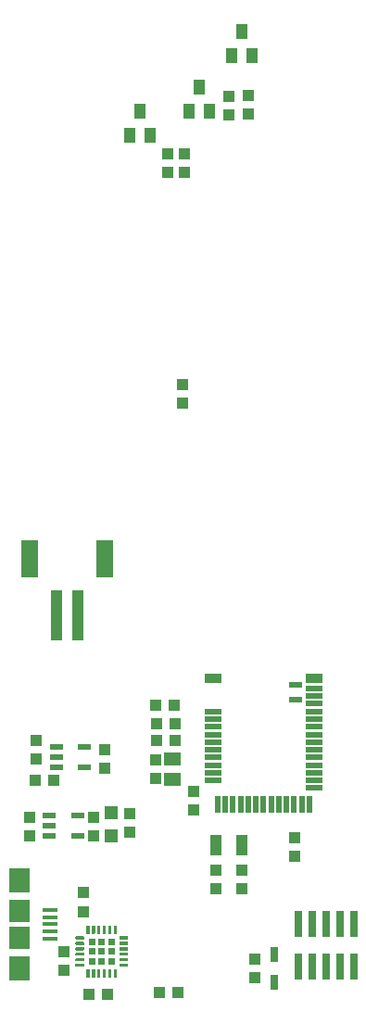
<source format=gbr>
G04 #@! TF.GenerationSoftware,KiCad,Pcbnew,(6.0.0-rc1-dev-1027-g90233e5ec)*
G04 #@! TF.CreationDate,2019-01-09T23:19:54+01:00*
G04 #@! TF.ProjectId,eBoard_remote_control,65426F6172645F72656D6F74655F636F,rev?*
G04 #@! TF.SameCoordinates,Original*
G04 #@! TF.FileFunction,Paste,Top*
G04 #@! TF.FilePolarity,Positive*
%FSLAX46Y46*%
G04 Gerber Fmt 4.6, Leading zero omitted, Abs format (unit mm)*
G04 Created by KiCad (PCBNEW (6.0.0-rc1-dev-1027-g90233e5ec)) date 09.01.2019 23.19.54*
%MOMM*%
%LPD*%
G01*
G04 APERTURE LIST*
%ADD10C,0.100000*%
%ADD11R,1.900000X2.000000*%
%ADD12R,1.900000X2.300000*%
%ADD13R,1.400000X0.400000*%
%ADD14R,1.100000X1.000000*%
%ADD15R,1.000000X1.100000*%
%ADD16R,0.740000X2.400000*%
%ADD17R,1.000000X1.075000*%
%ADD18R,0.800000X1.350000*%
%ADD19R,1.200000X0.500000*%
%ADD20R,1.600000X0.900000*%
%ADD21R,1.600000X0.480000*%
%ADD22R,0.480000X1.600000*%
%ADD23R,1.000000X4.600000*%
%ADD24R,1.600000X3.400000*%
%ADD25R,1.100000X1.900000*%
%ADD26R,1.000000X1.400000*%
%ADD27R,1.500000X1.240000*%
%ADD28R,1.200000X0.550000*%
%ADD29R,1.200000X1.200000*%
%ADD30R,1.075000X1.000000*%
%ADD31C,0.280000*%
G04 APERTURE END LIST*
D10*
G04 #@! TO.C,U4*
G36*
X185303663Y-143362618D02*
X185303663Y-143962618D01*
X185903663Y-143962618D01*
X185903663Y-143362618D01*
X185303663Y-143362618D01*
G37*
G36*
X187103663Y-143362618D02*
X187103663Y-143962618D01*
X187703663Y-143962618D01*
X187703663Y-143362618D01*
X187103663Y-143362618D01*
G37*
G36*
X186203663Y-144262618D02*
X186203663Y-144862618D01*
X186803663Y-144862618D01*
X186803663Y-144262618D01*
X186203663Y-144262618D01*
G37*
G36*
X185303663Y-144262618D02*
X185303663Y-144862618D01*
X185903663Y-144862618D01*
X185903663Y-144262618D01*
X185303663Y-144262618D01*
G37*
G36*
X187103663Y-144262618D02*
X187103663Y-144862618D01*
X187703663Y-144862618D01*
X187703663Y-144262618D01*
X187103663Y-144262618D01*
G37*
G36*
X187103663Y-142462618D02*
X187103663Y-143062618D01*
X187703663Y-143062618D01*
X187703663Y-142462618D01*
X187103663Y-142462618D01*
G37*
G36*
X186203663Y-142462618D02*
X186203663Y-143062618D01*
X186803663Y-143062618D01*
X186803663Y-142462618D01*
X186203663Y-142462618D01*
G37*
G36*
X186203663Y-143362618D02*
X186203663Y-143962618D01*
X186803663Y-143962618D01*
X186803663Y-143362618D01*
X186203663Y-143362618D01*
G37*
G36*
X185303663Y-142462618D02*
X185303663Y-143062618D01*
X185903663Y-143062618D01*
X185903663Y-142462618D01*
X185303663Y-142462618D01*
G37*
G04 #@! TD*
D11*
G04 #@! TO.C,P1*
X178959863Y-142418018D03*
X178959863Y-139918018D03*
D12*
X178959863Y-145168018D03*
X178959863Y-137168018D03*
D13*
X181809863Y-139868018D03*
X181809863Y-140518018D03*
X181809863Y-141818018D03*
X181809863Y-142468018D03*
X181809863Y-141168018D03*
G04 #@! TD*
D14*
G04 #@! TO.C,C12*
X191505244Y-124410210D03*
X193205244Y-124410210D03*
G04 #@! TD*
D15*
G04 #@! TO.C,C10*
X184852663Y-138291418D03*
X184852663Y-139991418D03*
G04 #@! TD*
G04 #@! TO.C,C8*
X186805735Y-126917768D03*
X186805735Y-125217768D03*
G04 #@! TD*
D14*
G04 #@! TO.C,C7*
X185348863Y-147548818D03*
X187048863Y-147548818D03*
G04 #@! TD*
D15*
G04 #@! TO.C,C6*
X180553360Y-126056760D03*
X180553360Y-124356760D03*
G04 #@! TD*
G04 #@! TO.C,C5*
X179887880Y-131412880D03*
X179887880Y-133112880D03*
G04 #@! TD*
G04 #@! TO.C,C4*
X191414400Y-127824600D03*
X191414400Y-126124600D03*
G04 #@! TD*
G04 #@! TO.C,C3*
X194873880Y-130750680D03*
X194873880Y-129050680D03*
G04 #@! TD*
G04 #@! TO.C,C2*
X199338337Y-137884276D03*
X199338337Y-136184276D03*
G04 #@! TD*
G04 #@! TO.C,C1*
X196899937Y-137909676D03*
X196899937Y-136209676D03*
G04 #@! TD*
D16*
G04 #@! TO.C,J1*
X209524600Y-141158680D03*
X209524600Y-145058680D03*
X208254600Y-141158680D03*
X208254600Y-145058680D03*
X206984600Y-141158680D03*
X206984600Y-145058680D03*
X205714600Y-141158680D03*
X205714600Y-145058680D03*
X204444600Y-141158680D03*
X204444600Y-145058680D03*
G04 #@! TD*
D17*
G04 #@! TO.C,R2*
X200487280Y-146011000D03*
X200487280Y-144311000D03*
G04 #@! TD*
D18*
G04 #@! TO.C,D4*
X202265280Y-146476720D03*
X202265280Y-143936720D03*
G04 #@! TD*
D14*
G04 #@! TO.C,C9*
X191809000Y-147396200D03*
X193509000Y-147396200D03*
G04 #@! TD*
D19*
G04 #@! TO.C,U1*
X204192263Y-120673756D03*
X204192263Y-119273756D03*
D20*
X205892263Y-118723756D03*
D21*
X205892263Y-119623756D03*
X205892263Y-120323756D03*
X205892263Y-121023756D03*
X205892263Y-121723756D03*
X205892263Y-122423756D03*
X205892263Y-123123756D03*
X205892263Y-123823756D03*
X205892263Y-124523756D03*
X205892263Y-125223756D03*
X205892263Y-125923756D03*
X205892263Y-126623756D03*
X205892263Y-127323756D03*
X205892263Y-128023756D03*
X205892263Y-128723756D03*
D22*
X205492263Y-130173756D03*
X204792263Y-130173756D03*
X204092263Y-130173756D03*
X203392263Y-130173756D03*
X202692263Y-130173756D03*
X201992263Y-130173756D03*
X201292263Y-130173756D03*
X200592263Y-130173756D03*
X199892263Y-130173756D03*
X199192263Y-130173756D03*
X198492263Y-130173756D03*
X197792263Y-130173756D03*
X197092263Y-130173756D03*
D21*
X196692263Y-128023756D03*
X196692263Y-127323756D03*
X196692263Y-126623756D03*
X196692263Y-125923756D03*
X196692263Y-125223756D03*
X196692263Y-124523756D03*
X196692263Y-123823756D03*
X196692263Y-123123756D03*
X196692263Y-122423756D03*
X196692263Y-121723756D03*
D20*
X196692263Y-118723756D03*
G04 #@! TD*
D23*
G04 #@! TO.C,X2*
X182337200Y-112945400D03*
X184337200Y-112945400D03*
D24*
X179937200Y-107745400D03*
X186737200Y-107745400D03*
G04 #@! TD*
D17*
G04 #@! TO.C,R8*
X185750200Y-131367160D03*
X185750200Y-133067160D03*
G04 #@! TD*
D25*
G04 #@! TO.C,X4*
X199344537Y-133935476D03*
X196944537Y-133935476D03*
G04 #@! TD*
D17*
G04 #@! TO.C,R9*
X204101700Y-133287400D03*
X204101700Y-134987400D03*
G04 #@! TD*
D26*
G04 #@! TO.C,U5*
X189067400Y-69045000D03*
X190967400Y-69045000D03*
X190017400Y-66845000D03*
G04 #@! TD*
G04 #@! TO.C,U7*
X198353640Y-61836480D03*
X200253640Y-61836480D03*
X199303640Y-59636480D03*
G04 #@! TD*
G04 #@! TO.C,U6*
X194467440Y-66853160D03*
X196367440Y-66853160D03*
X195417440Y-64653160D03*
G04 #@! TD*
D15*
G04 #@! TO.C,C21*
X198120000Y-67194800D03*
X198120000Y-65494800D03*
G04 #@! TD*
G04 #@! TO.C,C20*
X194045145Y-72439695D03*
X194045145Y-70739695D03*
G04 #@! TD*
D27*
G04 #@! TO.C,L2*
X192990244Y-127925610D03*
X192990244Y-126025610D03*
G04 #@! TD*
D28*
G04 #@! TO.C,U3*
X184317177Y-131229116D03*
X184317177Y-133129116D03*
X181716977Y-133129116D03*
X181716977Y-132179116D03*
X181716977Y-131229116D03*
G04 #@! TD*
D29*
G04 #@! TO.C,CHG1*
X187335077Y-133089416D03*
X187335077Y-130989416D03*
G04 #@! TD*
D17*
G04 #@! TO.C,R3*
X189062277Y-132787816D03*
X189062277Y-131087816D03*
G04 #@! TD*
D30*
G04 #@! TO.C,R4*
X193154444Y-121184410D03*
X191454444Y-121184410D03*
G04 #@! TD*
G04 #@! TO.C,R6*
X191518844Y-122810010D03*
X193218844Y-122810010D03*
G04 #@! TD*
D28*
G04 #@! TO.C,U2*
X184956235Y-124939968D03*
X184956235Y-126839968D03*
X182356035Y-126839968D03*
X182356035Y-125889968D03*
X182356035Y-124939968D03*
G04 #@! TD*
D30*
G04 #@! TO.C,R5*
X180419640Y-127975360D03*
X182119640Y-127975360D03*
G04 #@! TD*
D10*
G04 #@! TO.C,U4*
G36*
X188840524Y-142272955D02*
X188847319Y-142273963D01*
X188853983Y-142275632D01*
X188860451Y-142277946D01*
X188866661Y-142280884D01*
X188872553Y-142284415D01*
X188878071Y-142288507D01*
X188883160Y-142293121D01*
X188887774Y-142298210D01*
X188891866Y-142303728D01*
X188895397Y-142309620D01*
X188898335Y-142315830D01*
X188900649Y-142322298D01*
X188902318Y-142328962D01*
X188903326Y-142335757D01*
X188903663Y-142342618D01*
X188903663Y-142482618D01*
X188903326Y-142489479D01*
X188902318Y-142496274D01*
X188900649Y-142502938D01*
X188898335Y-142509406D01*
X188895397Y-142515616D01*
X188891866Y-142521508D01*
X188887774Y-142527026D01*
X188883160Y-142532115D01*
X188878071Y-142536729D01*
X188872553Y-142540821D01*
X188866661Y-142544352D01*
X188860451Y-142547290D01*
X188853983Y-142549604D01*
X188847319Y-142551273D01*
X188840524Y-142552281D01*
X188833663Y-142552618D01*
X188173663Y-142552618D01*
X188166802Y-142552281D01*
X188160007Y-142551273D01*
X188153343Y-142549604D01*
X188146875Y-142547290D01*
X188140665Y-142544352D01*
X188134773Y-142540821D01*
X188129255Y-142536729D01*
X188124166Y-142532115D01*
X188119552Y-142527026D01*
X188115460Y-142521508D01*
X188111929Y-142515616D01*
X188108991Y-142509406D01*
X188106677Y-142502938D01*
X188105008Y-142496274D01*
X188104000Y-142489479D01*
X188103663Y-142482618D01*
X188103663Y-142342618D01*
X188104000Y-142335757D01*
X188105008Y-142328962D01*
X188106677Y-142322298D01*
X188108991Y-142315830D01*
X188111929Y-142309620D01*
X188115460Y-142303728D01*
X188119552Y-142298210D01*
X188124166Y-142293121D01*
X188129255Y-142288507D01*
X188134773Y-142284415D01*
X188140665Y-142280884D01*
X188146875Y-142277946D01*
X188153343Y-142275632D01*
X188160007Y-142273963D01*
X188166802Y-142272955D01*
X188173663Y-142272618D01*
X188833663Y-142272618D01*
X188840524Y-142272955D01*
X188840524Y-142272955D01*
G37*
D31*
X188503663Y-142412618D03*
D10*
G36*
X188840524Y-142772955D02*
X188847319Y-142773963D01*
X188853983Y-142775632D01*
X188860451Y-142777946D01*
X188866661Y-142780884D01*
X188872553Y-142784415D01*
X188878071Y-142788507D01*
X188883160Y-142793121D01*
X188887774Y-142798210D01*
X188891866Y-142803728D01*
X188895397Y-142809620D01*
X188898335Y-142815830D01*
X188900649Y-142822298D01*
X188902318Y-142828962D01*
X188903326Y-142835757D01*
X188903663Y-142842618D01*
X188903663Y-142982618D01*
X188903326Y-142989479D01*
X188902318Y-142996274D01*
X188900649Y-143002938D01*
X188898335Y-143009406D01*
X188895397Y-143015616D01*
X188891866Y-143021508D01*
X188887774Y-143027026D01*
X188883160Y-143032115D01*
X188878071Y-143036729D01*
X188872553Y-143040821D01*
X188866661Y-143044352D01*
X188860451Y-143047290D01*
X188853983Y-143049604D01*
X188847319Y-143051273D01*
X188840524Y-143052281D01*
X188833663Y-143052618D01*
X188173663Y-143052618D01*
X188166802Y-143052281D01*
X188160007Y-143051273D01*
X188153343Y-143049604D01*
X188146875Y-143047290D01*
X188140665Y-143044352D01*
X188134773Y-143040821D01*
X188129255Y-143036729D01*
X188124166Y-143032115D01*
X188119552Y-143027026D01*
X188115460Y-143021508D01*
X188111929Y-143015616D01*
X188108991Y-143009406D01*
X188106677Y-143002938D01*
X188105008Y-142996274D01*
X188104000Y-142989479D01*
X188103663Y-142982618D01*
X188103663Y-142842618D01*
X188104000Y-142835757D01*
X188105008Y-142828962D01*
X188106677Y-142822298D01*
X188108991Y-142815830D01*
X188111929Y-142809620D01*
X188115460Y-142803728D01*
X188119552Y-142798210D01*
X188124166Y-142793121D01*
X188129255Y-142788507D01*
X188134773Y-142784415D01*
X188140665Y-142780884D01*
X188146875Y-142777946D01*
X188153343Y-142775632D01*
X188160007Y-142773963D01*
X188166802Y-142772955D01*
X188173663Y-142772618D01*
X188833663Y-142772618D01*
X188840524Y-142772955D01*
X188840524Y-142772955D01*
G37*
D31*
X188503663Y-142912618D03*
D10*
G36*
X188840524Y-143272955D02*
X188847319Y-143273963D01*
X188853983Y-143275632D01*
X188860451Y-143277946D01*
X188866661Y-143280884D01*
X188872553Y-143284415D01*
X188878071Y-143288507D01*
X188883160Y-143293121D01*
X188887774Y-143298210D01*
X188891866Y-143303728D01*
X188895397Y-143309620D01*
X188898335Y-143315830D01*
X188900649Y-143322298D01*
X188902318Y-143328962D01*
X188903326Y-143335757D01*
X188903663Y-143342618D01*
X188903663Y-143482618D01*
X188903326Y-143489479D01*
X188902318Y-143496274D01*
X188900649Y-143502938D01*
X188898335Y-143509406D01*
X188895397Y-143515616D01*
X188891866Y-143521508D01*
X188887774Y-143527026D01*
X188883160Y-143532115D01*
X188878071Y-143536729D01*
X188872553Y-143540821D01*
X188866661Y-143544352D01*
X188860451Y-143547290D01*
X188853983Y-143549604D01*
X188847319Y-143551273D01*
X188840524Y-143552281D01*
X188833663Y-143552618D01*
X188173663Y-143552618D01*
X188166802Y-143552281D01*
X188160007Y-143551273D01*
X188153343Y-143549604D01*
X188146875Y-143547290D01*
X188140665Y-143544352D01*
X188134773Y-143540821D01*
X188129255Y-143536729D01*
X188124166Y-143532115D01*
X188119552Y-143527026D01*
X188115460Y-143521508D01*
X188111929Y-143515616D01*
X188108991Y-143509406D01*
X188106677Y-143502938D01*
X188105008Y-143496274D01*
X188104000Y-143489479D01*
X188103663Y-143482618D01*
X188103663Y-143342618D01*
X188104000Y-143335757D01*
X188105008Y-143328962D01*
X188106677Y-143322298D01*
X188108991Y-143315830D01*
X188111929Y-143309620D01*
X188115460Y-143303728D01*
X188119552Y-143298210D01*
X188124166Y-143293121D01*
X188129255Y-143288507D01*
X188134773Y-143284415D01*
X188140665Y-143280884D01*
X188146875Y-143277946D01*
X188153343Y-143275632D01*
X188160007Y-143273963D01*
X188166802Y-143272955D01*
X188173663Y-143272618D01*
X188833663Y-143272618D01*
X188840524Y-143272955D01*
X188840524Y-143272955D01*
G37*
D31*
X188503663Y-143412618D03*
D10*
G36*
X188840524Y-143772955D02*
X188847319Y-143773963D01*
X188853983Y-143775632D01*
X188860451Y-143777946D01*
X188866661Y-143780884D01*
X188872553Y-143784415D01*
X188878071Y-143788507D01*
X188883160Y-143793121D01*
X188887774Y-143798210D01*
X188891866Y-143803728D01*
X188895397Y-143809620D01*
X188898335Y-143815830D01*
X188900649Y-143822298D01*
X188902318Y-143828962D01*
X188903326Y-143835757D01*
X188903663Y-143842618D01*
X188903663Y-143982618D01*
X188903326Y-143989479D01*
X188902318Y-143996274D01*
X188900649Y-144002938D01*
X188898335Y-144009406D01*
X188895397Y-144015616D01*
X188891866Y-144021508D01*
X188887774Y-144027026D01*
X188883160Y-144032115D01*
X188878071Y-144036729D01*
X188872553Y-144040821D01*
X188866661Y-144044352D01*
X188860451Y-144047290D01*
X188853983Y-144049604D01*
X188847319Y-144051273D01*
X188840524Y-144052281D01*
X188833663Y-144052618D01*
X188173663Y-144052618D01*
X188166802Y-144052281D01*
X188160007Y-144051273D01*
X188153343Y-144049604D01*
X188146875Y-144047290D01*
X188140665Y-144044352D01*
X188134773Y-144040821D01*
X188129255Y-144036729D01*
X188124166Y-144032115D01*
X188119552Y-144027026D01*
X188115460Y-144021508D01*
X188111929Y-144015616D01*
X188108991Y-144009406D01*
X188106677Y-144002938D01*
X188105008Y-143996274D01*
X188104000Y-143989479D01*
X188103663Y-143982618D01*
X188103663Y-143842618D01*
X188104000Y-143835757D01*
X188105008Y-143828962D01*
X188106677Y-143822298D01*
X188108991Y-143815830D01*
X188111929Y-143809620D01*
X188115460Y-143803728D01*
X188119552Y-143798210D01*
X188124166Y-143793121D01*
X188129255Y-143788507D01*
X188134773Y-143784415D01*
X188140665Y-143780884D01*
X188146875Y-143777946D01*
X188153343Y-143775632D01*
X188160007Y-143773963D01*
X188166802Y-143772955D01*
X188173663Y-143772618D01*
X188833663Y-143772618D01*
X188840524Y-143772955D01*
X188840524Y-143772955D01*
G37*
D31*
X188503663Y-143912618D03*
D10*
G36*
X188840524Y-144272955D02*
X188847319Y-144273963D01*
X188853983Y-144275632D01*
X188860451Y-144277946D01*
X188866661Y-144280884D01*
X188872553Y-144284415D01*
X188878071Y-144288507D01*
X188883160Y-144293121D01*
X188887774Y-144298210D01*
X188891866Y-144303728D01*
X188895397Y-144309620D01*
X188898335Y-144315830D01*
X188900649Y-144322298D01*
X188902318Y-144328962D01*
X188903326Y-144335757D01*
X188903663Y-144342618D01*
X188903663Y-144482618D01*
X188903326Y-144489479D01*
X188902318Y-144496274D01*
X188900649Y-144502938D01*
X188898335Y-144509406D01*
X188895397Y-144515616D01*
X188891866Y-144521508D01*
X188887774Y-144527026D01*
X188883160Y-144532115D01*
X188878071Y-144536729D01*
X188872553Y-144540821D01*
X188866661Y-144544352D01*
X188860451Y-144547290D01*
X188853983Y-144549604D01*
X188847319Y-144551273D01*
X188840524Y-144552281D01*
X188833663Y-144552618D01*
X188173663Y-144552618D01*
X188166802Y-144552281D01*
X188160007Y-144551273D01*
X188153343Y-144549604D01*
X188146875Y-144547290D01*
X188140665Y-144544352D01*
X188134773Y-144540821D01*
X188129255Y-144536729D01*
X188124166Y-144532115D01*
X188119552Y-144527026D01*
X188115460Y-144521508D01*
X188111929Y-144515616D01*
X188108991Y-144509406D01*
X188106677Y-144502938D01*
X188105008Y-144496274D01*
X188104000Y-144489479D01*
X188103663Y-144482618D01*
X188103663Y-144342618D01*
X188104000Y-144335757D01*
X188105008Y-144328962D01*
X188106677Y-144322298D01*
X188108991Y-144315830D01*
X188111929Y-144309620D01*
X188115460Y-144303728D01*
X188119552Y-144298210D01*
X188124166Y-144293121D01*
X188129255Y-144288507D01*
X188134773Y-144284415D01*
X188140665Y-144280884D01*
X188146875Y-144277946D01*
X188153343Y-144275632D01*
X188160007Y-144273963D01*
X188166802Y-144272955D01*
X188173663Y-144272618D01*
X188833663Y-144272618D01*
X188840524Y-144272955D01*
X188840524Y-144272955D01*
G37*
D31*
X188503663Y-144412618D03*
D10*
G36*
X188840524Y-144772955D02*
X188847319Y-144773963D01*
X188853983Y-144775632D01*
X188860451Y-144777946D01*
X188866661Y-144780884D01*
X188872553Y-144784415D01*
X188878071Y-144788507D01*
X188883160Y-144793121D01*
X188887774Y-144798210D01*
X188891866Y-144803728D01*
X188895397Y-144809620D01*
X188898335Y-144815830D01*
X188900649Y-144822298D01*
X188902318Y-144828962D01*
X188903326Y-144835757D01*
X188903663Y-144842618D01*
X188903663Y-144982618D01*
X188903326Y-144989479D01*
X188902318Y-144996274D01*
X188900649Y-145002938D01*
X188898335Y-145009406D01*
X188895397Y-145015616D01*
X188891866Y-145021508D01*
X188887774Y-145027026D01*
X188883160Y-145032115D01*
X188878071Y-145036729D01*
X188872553Y-145040821D01*
X188866661Y-145044352D01*
X188860451Y-145047290D01*
X188853983Y-145049604D01*
X188847319Y-145051273D01*
X188840524Y-145052281D01*
X188833663Y-145052618D01*
X188173663Y-145052618D01*
X188166802Y-145052281D01*
X188160007Y-145051273D01*
X188153343Y-145049604D01*
X188146875Y-145047290D01*
X188140665Y-145044352D01*
X188134773Y-145040821D01*
X188129255Y-145036729D01*
X188124166Y-145032115D01*
X188119552Y-145027026D01*
X188115460Y-145021508D01*
X188111929Y-145015616D01*
X188108991Y-145009406D01*
X188106677Y-145002938D01*
X188105008Y-144996274D01*
X188104000Y-144989479D01*
X188103663Y-144982618D01*
X188103663Y-144842618D01*
X188104000Y-144835757D01*
X188105008Y-144828962D01*
X188106677Y-144822298D01*
X188108991Y-144815830D01*
X188111929Y-144809620D01*
X188115460Y-144803728D01*
X188119552Y-144798210D01*
X188124166Y-144793121D01*
X188129255Y-144788507D01*
X188134773Y-144784415D01*
X188140665Y-144780884D01*
X188146875Y-144777946D01*
X188153343Y-144775632D01*
X188160007Y-144773963D01*
X188166802Y-144772955D01*
X188173663Y-144772618D01*
X188833663Y-144772618D01*
X188840524Y-144772955D01*
X188840524Y-144772955D01*
G37*
D31*
X188503663Y-144912618D03*
D10*
G36*
X187830524Y-145262955D02*
X187837319Y-145263963D01*
X187843983Y-145265632D01*
X187850451Y-145267946D01*
X187856661Y-145270884D01*
X187862553Y-145274415D01*
X187868071Y-145278507D01*
X187873160Y-145283121D01*
X187877774Y-145288210D01*
X187881866Y-145293728D01*
X187885397Y-145299620D01*
X187888335Y-145305830D01*
X187890649Y-145312298D01*
X187892318Y-145318962D01*
X187893326Y-145325757D01*
X187893663Y-145332618D01*
X187893663Y-145992618D01*
X187893326Y-145999479D01*
X187892318Y-146006274D01*
X187890649Y-146012938D01*
X187888335Y-146019406D01*
X187885397Y-146025616D01*
X187881866Y-146031508D01*
X187877774Y-146037026D01*
X187873160Y-146042115D01*
X187868071Y-146046729D01*
X187862553Y-146050821D01*
X187856661Y-146054352D01*
X187850451Y-146057290D01*
X187843983Y-146059604D01*
X187837319Y-146061273D01*
X187830524Y-146062281D01*
X187823663Y-146062618D01*
X187683663Y-146062618D01*
X187676802Y-146062281D01*
X187670007Y-146061273D01*
X187663343Y-146059604D01*
X187656875Y-146057290D01*
X187650665Y-146054352D01*
X187644773Y-146050821D01*
X187639255Y-146046729D01*
X187634166Y-146042115D01*
X187629552Y-146037026D01*
X187625460Y-146031508D01*
X187621929Y-146025616D01*
X187618991Y-146019406D01*
X187616677Y-146012938D01*
X187615008Y-146006274D01*
X187614000Y-145999479D01*
X187613663Y-145992618D01*
X187613663Y-145332618D01*
X187614000Y-145325757D01*
X187615008Y-145318962D01*
X187616677Y-145312298D01*
X187618991Y-145305830D01*
X187621929Y-145299620D01*
X187625460Y-145293728D01*
X187629552Y-145288210D01*
X187634166Y-145283121D01*
X187639255Y-145278507D01*
X187644773Y-145274415D01*
X187650665Y-145270884D01*
X187656875Y-145267946D01*
X187663343Y-145265632D01*
X187670007Y-145263963D01*
X187676802Y-145262955D01*
X187683663Y-145262618D01*
X187823663Y-145262618D01*
X187830524Y-145262955D01*
X187830524Y-145262955D01*
G37*
D31*
X187753663Y-145662618D03*
D10*
G36*
X187330524Y-145262955D02*
X187337319Y-145263963D01*
X187343983Y-145265632D01*
X187350451Y-145267946D01*
X187356661Y-145270884D01*
X187362553Y-145274415D01*
X187368071Y-145278507D01*
X187373160Y-145283121D01*
X187377774Y-145288210D01*
X187381866Y-145293728D01*
X187385397Y-145299620D01*
X187388335Y-145305830D01*
X187390649Y-145312298D01*
X187392318Y-145318962D01*
X187393326Y-145325757D01*
X187393663Y-145332618D01*
X187393663Y-145992618D01*
X187393326Y-145999479D01*
X187392318Y-146006274D01*
X187390649Y-146012938D01*
X187388335Y-146019406D01*
X187385397Y-146025616D01*
X187381866Y-146031508D01*
X187377774Y-146037026D01*
X187373160Y-146042115D01*
X187368071Y-146046729D01*
X187362553Y-146050821D01*
X187356661Y-146054352D01*
X187350451Y-146057290D01*
X187343983Y-146059604D01*
X187337319Y-146061273D01*
X187330524Y-146062281D01*
X187323663Y-146062618D01*
X187183663Y-146062618D01*
X187176802Y-146062281D01*
X187170007Y-146061273D01*
X187163343Y-146059604D01*
X187156875Y-146057290D01*
X187150665Y-146054352D01*
X187144773Y-146050821D01*
X187139255Y-146046729D01*
X187134166Y-146042115D01*
X187129552Y-146037026D01*
X187125460Y-146031508D01*
X187121929Y-146025616D01*
X187118991Y-146019406D01*
X187116677Y-146012938D01*
X187115008Y-146006274D01*
X187114000Y-145999479D01*
X187113663Y-145992618D01*
X187113663Y-145332618D01*
X187114000Y-145325757D01*
X187115008Y-145318962D01*
X187116677Y-145312298D01*
X187118991Y-145305830D01*
X187121929Y-145299620D01*
X187125460Y-145293728D01*
X187129552Y-145288210D01*
X187134166Y-145283121D01*
X187139255Y-145278507D01*
X187144773Y-145274415D01*
X187150665Y-145270884D01*
X187156875Y-145267946D01*
X187163343Y-145265632D01*
X187170007Y-145263963D01*
X187176802Y-145262955D01*
X187183663Y-145262618D01*
X187323663Y-145262618D01*
X187330524Y-145262955D01*
X187330524Y-145262955D01*
G37*
D31*
X187253663Y-145662618D03*
D10*
G36*
X186830524Y-145262955D02*
X186837319Y-145263963D01*
X186843983Y-145265632D01*
X186850451Y-145267946D01*
X186856661Y-145270884D01*
X186862553Y-145274415D01*
X186868071Y-145278507D01*
X186873160Y-145283121D01*
X186877774Y-145288210D01*
X186881866Y-145293728D01*
X186885397Y-145299620D01*
X186888335Y-145305830D01*
X186890649Y-145312298D01*
X186892318Y-145318962D01*
X186893326Y-145325757D01*
X186893663Y-145332618D01*
X186893663Y-145992618D01*
X186893326Y-145999479D01*
X186892318Y-146006274D01*
X186890649Y-146012938D01*
X186888335Y-146019406D01*
X186885397Y-146025616D01*
X186881866Y-146031508D01*
X186877774Y-146037026D01*
X186873160Y-146042115D01*
X186868071Y-146046729D01*
X186862553Y-146050821D01*
X186856661Y-146054352D01*
X186850451Y-146057290D01*
X186843983Y-146059604D01*
X186837319Y-146061273D01*
X186830524Y-146062281D01*
X186823663Y-146062618D01*
X186683663Y-146062618D01*
X186676802Y-146062281D01*
X186670007Y-146061273D01*
X186663343Y-146059604D01*
X186656875Y-146057290D01*
X186650665Y-146054352D01*
X186644773Y-146050821D01*
X186639255Y-146046729D01*
X186634166Y-146042115D01*
X186629552Y-146037026D01*
X186625460Y-146031508D01*
X186621929Y-146025616D01*
X186618991Y-146019406D01*
X186616677Y-146012938D01*
X186615008Y-146006274D01*
X186614000Y-145999479D01*
X186613663Y-145992618D01*
X186613663Y-145332618D01*
X186614000Y-145325757D01*
X186615008Y-145318962D01*
X186616677Y-145312298D01*
X186618991Y-145305830D01*
X186621929Y-145299620D01*
X186625460Y-145293728D01*
X186629552Y-145288210D01*
X186634166Y-145283121D01*
X186639255Y-145278507D01*
X186644773Y-145274415D01*
X186650665Y-145270884D01*
X186656875Y-145267946D01*
X186663343Y-145265632D01*
X186670007Y-145263963D01*
X186676802Y-145262955D01*
X186683663Y-145262618D01*
X186823663Y-145262618D01*
X186830524Y-145262955D01*
X186830524Y-145262955D01*
G37*
D31*
X186753663Y-145662618D03*
D10*
G36*
X186330524Y-145262955D02*
X186337319Y-145263963D01*
X186343983Y-145265632D01*
X186350451Y-145267946D01*
X186356661Y-145270884D01*
X186362553Y-145274415D01*
X186368071Y-145278507D01*
X186373160Y-145283121D01*
X186377774Y-145288210D01*
X186381866Y-145293728D01*
X186385397Y-145299620D01*
X186388335Y-145305830D01*
X186390649Y-145312298D01*
X186392318Y-145318962D01*
X186393326Y-145325757D01*
X186393663Y-145332618D01*
X186393663Y-145992618D01*
X186393326Y-145999479D01*
X186392318Y-146006274D01*
X186390649Y-146012938D01*
X186388335Y-146019406D01*
X186385397Y-146025616D01*
X186381866Y-146031508D01*
X186377774Y-146037026D01*
X186373160Y-146042115D01*
X186368071Y-146046729D01*
X186362553Y-146050821D01*
X186356661Y-146054352D01*
X186350451Y-146057290D01*
X186343983Y-146059604D01*
X186337319Y-146061273D01*
X186330524Y-146062281D01*
X186323663Y-146062618D01*
X186183663Y-146062618D01*
X186176802Y-146062281D01*
X186170007Y-146061273D01*
X186163343Y-146059604D01*
X186156875Y-146057290D01*
X186150665Y-146054352D01*
X186144773Y-146050821D01*
X186139255Y-146046729D01*
X186134166Y-146042115D01*
X186129552Y-146037026D01*
X186125460Y-146031508D01*
X186121929Y-146025616D01*
X186118991Y-146019406D01*
X186116677Y-146012938D01*
X186115008Y-146006274D01*
X186114000Y-145999479D01*
X186113663Y-145992618D01*
X186113663Y-145332618D01*
X186114000Y-145325757D01*
X186115008Y-145318962D01*
X186116677Y-145312298D01*
X186118991Y-145305830D01*
X186121929Y-145299620D01*
X186125460Y-145293728D01*
X186129552Y-145288210D01*
X186134166Y-145283121D01*
X186139255Y-145278507D01*
X186144773Y-145274415D01*
X186150665Y-145270884D01*
X186156875Y-145267946D01*
X186163343Y-145265632D01*
X186170007Y-145263963D01*
X186176802Y-145262955D01*
X186183663Y-145262618D01*
X186323663Y-145262618D01*
X186330524Y-145262955D01*
X186330524Y-145262955D01*
G37*
D31*
X186253663Y-145662618D03*
D10*
G36*
X185830524Y-145262955D02*
X185837319Y-145263963D01*
X185843983Y-145265632D01*
X185850451Y-145267946D01*
X185856661Y-145270884D01*
X185862553Y-145274415D01*
X185868071Y-145278507D01*
X185873160Y-145283121D01*
X185877774Y-145288210D01*
X185881866Y-145293728D01*
X185885397Y-145299620D01*
X185888335Y-145305830D01*
X185890649Y-145312298D01*
X185892318Y-145318962D01*
X185893326Y-145325757D01*
X185893663Y-145332618D01*
X185893663Y-145992618D01*
X185893326Y-145999479D01*
X185892318Y-146006274D01*
X185890649Y-146012938D01*
X185888335Y-146019406D01*
X185885397Y-146025616D01*
X185881866Y-146031508D01*
X185877774Y-146037026D01*
X185873160Y-146042115D01*
X185868071Y-146046729D01*
X185862553Y-146050821D01*
X185856661Y-146054352D01*
X185850451Y-146057290D01*
X185843983Y-146059604D01*
X185837319Y-146061273D01*
X185830524Y-146062281D01*
X185823663Y-146062618D01*
X185683663Y-146062618D01*
X185676802Y-146062281D01*
X185670007Y-146061273D01*
X185663343Y-146059604D01*
X185656875Y-146057290D01*
X185650665Y-146054352D01*
X185644773Y-146050821D01*
X185639255Y-146046729D01*
X185634166Y-146042115D01*
X185629552Y-146037026D01*
X185625460Y-146031508D01*
X185621929Y-146025616D01*
X185618991Y-146019406D01*
X185616677Y-146012938D01*
X185615008Y-146006274D01*
X185614000Y-145999479D01*
X185613663Y-145992618D01*
X185613663Y-145332618D01*
X185614000Y-145325757D01*
X185615008Y-145318962D01*
X185616677Y-145312298D01*
X185618991Y-145305830D01*
X185621929Y-145299620D01*
X185625460Y-145293728D01*
X185629552Y-145288210D01*
X185634166Y-145283121D01*
X185639255Y-145278507D01*
X185644773Y-145274415D01*
X185650665Y-145270884D01*
X185656875Y-145267946D01*
X185663343Y-145265632D01*
X185670007Y-145263963D01*
X185676802Y-145262955D01*
X185683663Y-145262618D01*
X185823663Y-145262618D01*
X185830524Y-145262955D01*
X185830524Y-145262955D01*
G37*
D31*
X185753663Y-145662618D03*
D10*
G36*
X185330524Y-145262955D02*
X185337319Y-145263963D01*
X185343983Y-145265632D01*
X185350451Y-145267946D01*
X185356661Y-145270884D01*
X185362553Y-145274415D01*
X185368071Y-145278507D01*
X185373160Y-145283121D01*
X185377774Y-145288210D01*
X185381866Y-145293728D01*
X185385397Y-145299620D01*
X185388335Y-145305830D01*
X185390649Y-145312298D01*
X185392318Y-145318962D01*
X185393326Y-145325757D01*
X185393663Y-145332618D01*
X185393663Y-145992618D01*
X185393326Y-145999479D01*
X185392318Y-146006274D01*
X185390649Y-146012938D01*
X185388335Y-146019406D01*
X185385397Y-146025616D01*
X185381866Y-146031508D01*
X185377774Y-146037026D01*
X185373160Y-146042115D01*
X185368071Y-146046729D01*
X185362553Y-146050821D01*
X185356661Y-146054352D01*
X185350451Y-146057290D01*
X185343983Y-146059604D01*
X185337319Y-146061273D01*
X185330524Y-146062281D01*
X185323663Y-146062618D01*
X185183663Y-146062618D01*
X185176802Y-146062281D01*
X185170007Y-146061273D01*
X185163343Y-146059604D01*
X185156875Y-146057290D01*
X185150665Y-146054352D01*
X185144773Y-146050821D01*
X185139255Y-146046729D01*
X185134166Y-146042115D01*
X185129552Y-146037026D01*
X185125460Y-146031508D01*
X185121929Y-146025616D01*
X185118991Y-146019406D01*
X185116677Y-146012938D01*
X185115008Y-146006274D01*
X185114000Y-145999479D01*
X185113663Y-145992618D01*
X185113663Y-145332618D01*
X185114000Y-145325757D01*
X185115008Y-145318962D01*
X185116677Y-145312298D01*
X185118991Y-145305830D01*
X185121929Y-145299620D01*
X185125460Y-145293728D01*
X185129552Y-145288210D01*
X185134166Y-145283121D01*
X185139255Y-145278507D01*
X185144773Y-145274415D01*
X185150665Y-145270884D01*
X185156875Y-145267946D01*
X185163343Y-145265632D01*
X185170007Y-145263963D01*
X185176802Y-145262955D01*
X185183663Y-145262618D01*
X185323663Y-145262618D01*
X185330524Y-145262955D01*
X185330524Y-145262955D01*
G37*
D31*
X185253663Y-145662618D03*
D10*
G36*
X184840524Y-144772955D02*
X184847319Y-144773963D01*
X184853983Y-144775632D01*
X184860451Y-144777946D01*
X184866661Y-144780884D01*
X184872553Y-144784415D01*
X184878071Y-144788507D01*
X184883160Y-144793121D01*
X184887774Y-144798210D01*
X184891866Y-144803728D01*
X184895397Y-144809620D01*
X184898335Y-144815830D01*
X184900649Y-144822298D01*
X184902318Y-144828962D01*
X184903326Y-144835757D01*
X184903663Y-144842618D01*
X184903663Y-144982618D01*
X184903326Y-144989479D01*
X184902318Y-144996274D01*
X184900649Y-145002938D01*
X184898335Y-145009406D01*
X184895397Y-145015616D01*
X184891866Y-145021508D01*
X184887774Y-145027026D01*
X184883160Y-145032115D01*
X184878071Y-145036729D01*
X184872553Y-145040821D01*
X184866661Y-145044352D01*
X184860451Y-145047290D01*
X184853983Y-145049604D01*
X184847319Y-145051273D01*
X184840524Y-145052281D01*
X184833663Y-145052618D01*
X184173663Y-145052618D01*
X184166802Y-145052281D01*
X184160007Y-145051273D01*
X184153343Y-145049604D01*
X184146875Y-145047290D01*
X184140665Y-145044352D01*
X184134773Y-145040821D01*
X184129255Y-145036729D01*
X184124166Y-145032115D01*
X184119552Y-145027026D01*
X184115460Y-145021508D01*
X184111929Y-145015616D01*
X184108991Y-145009406D01*
X184106677Y-145002938D01*
X184105008Y-144996274D01*
X184104000Y-144989479D01*
X184103663Y-144982618D01*
X184103663Y-144842618D01*
X184104000Y-144835757D01*
X184105008Y-144828962D01*
X184106677Y-144822298D01*
X184108991Y-144815830D01*
X184111929Y-144809620D01*
X184115460Y-144803728D01*
X184119552Y-144798210D01*
X184124166Y-144793121D01*
X184129255Y-144788507D01*
X184134773Y-144784415D01*
X184140665Y-144780884D01*
X184146875Y-144777946D01*
X184153343Y-144775632D01*
X184160007Y-144773963D01*
X184166802Y-144772955D01*
X184173663Y-144772618D01*
X184833663Y-144772618D01*
X184840524Y-144772955D01*
X184840524Y-144772955D01*
G37*
D31*
X184503663Y-144912618D03*
D10*
G36*
X184840524Y-144272955D02*
X184847319Y-144273963D01*
X184853983Y-144275632D01*
X184860451Y-144277946D01*
X184866661Y-144280884D01*
X184872553Y-144284415D01*
X184878071Y-144288507D01*
X184883160Y-144293121D01*
X184887774Y-144298210D01*
X184891866Y-144303728D01*
X184895397Y-144309620D01*
X184898335Y-144315830D01*
X184900649Y-144322298D01*
X184902318Y-144328962D01*
X184903326Y-144335757D01*
X184903663Y-144342618D01*
X184903663Y-144482618D01*
X184903326Y-144489479D01*
X184902318Y-144496274D01*
X184900649Y-144502938D01*
X184898335Y-144509406D01*
X184895397Y-144515616D01*
X184891866Y-144521508D01*
X184887774Y-144527026D01*
X184883160Y-144532115D01*
X184878071Y-144536729D01*
X184872553Y-144540821D01*
X184866661Y-144544352D01*
X184860451Y-144547290D01*
X184853983Y-144549604D01*
X184847319Y-144551273D01*
X184840524Y-144552281D01*
X184833663Y-144552618D01*
X184173663Y-144552618D01*
X184166802Y-144552281D01*
X184160007Y-144551273D01*
X184153343Y-144549604D01*
X184146875Y-144547290D01*
X184140665Y-144544352D01*
X184134773Y-144540821D01*
X184129255Y-144536729D01*
X184124166Y-144532115D01*
X184119552Y-144527026D01*
X184115460Y-144521508D01*
X184111929Y-144515616D01*
X184108991Y-144509406D01*
X184106677Y-144502938D01*
X184105008Y-144496274D01*
X184104000Y-144489479D01*
X184103663Y-144482618D01*
X184103663Y-144342618D01*
X184104000Y-144335757D01*
X184105008Y-144328962D01*
X184106677Y-144322298D01*
X184108991Y-144315830D01*
X184111929Y-144309620D01*
X184115460Y-144303728D01*
X184119552Y-144298210D01*
X184124166Y-144293121D01*
X184129255Y-144288507D01*
X184134773Y-144284415D01*
X184140665Y-144280884D01*
X184146875Y-144277946D01*
X184153343Y-144275632D01*
X184160007Y-144273963D01*
X184166802Y-144272955D01*
X184173663Y-144272618D01*
X184833663Y-144272618D01*
X184840524Y-144272955D01*
X184840524Y-144272955D01*
G37*
D31*
X184503663Y-144412618D03*
D10*
G36*
X184840524Y-143772955D02*
X184847319Y-143773963D01*
X184853983Y-143775632D01*
X184860451Y-143777946D01*
X184866661Y-143780884D01*
X184872553Y-143784415D01*
X184878071Y-143788507D01*
X184883160Y-143793121D01*
X184887774Y-143798210D01*
X184891866Y-143803728D01*
X184895397Y-143809620D01*
X184898335Y-143815830D01*
X184900649Y-143822298D01*
X184902318Y-143828962D01*
X184903326Y-143835757D01*
X184903663Y-143842618D01*
X184903663Y-143982618D01*
X184903326Y-143989479D01*
X184902318Y-143996274D01*
X184900649Y-144002938D01*
X184898335Y-144009406D01*
X184895397Y-144015616D01*
X184891866Y-144021508D01*
X184887774Y-144027026D01*
X184883160Y-144032115D01*
X184878071Y-144036729D01*
X184872553Y-144040821D01*
X184866661Y-144044352D01*
X184860451Y-144047290D01*
X184853983Y-144049604D01*
X184847319Y-144051273D01*
X184840524Y-144052281D01*
X184833663Y-144052618D01*
X184173663Y-144052618D01*
X184166802Y-144052281D01*
X184160007Y-144051273D01*
X184153343Y-144049604D01*
X184146875Y-144047290D01*
X184140665Y-144044352D01*
X184134773Y-144040821D01*
X184129255Y-144036729D01*
X184124166Y-144032115D01*
X184119552Y-144027026D01*
X184115460Y-144021508D01*
X184111929Y-144015616D01*
X184108991Y-144009406D01*
X184106677Y-144002938D01*
X184105008Y-143996274D01*
X184104000Y-143989479D01*
X184103663Y-143982618D01*
X184103663Y-143842618D01*
X184104000Y-143835757D01*
X184105008Y-143828962D01*
X184106677Y-143822298D01*
X184108991Y-143815830D01*
X184111929Y-143809620D01*
X184115460Y-143803728D01*
X184119552Y-143798210D01*
X184124166Y-143793121D01*
X184129255Y-143788507D01*
X184134773Y-143784415D01*
X184140665Y-143780884D01*
X184146875Y-143777946D01*
X184153343Y-143775632D01*
X184160007Y-143773963D01*
X184166802Y-143772955D01*
X184173663Y-143772618D01*
X184833663Y-143772618D01*
X184840524Y-143772955D01*
X184840524Y-143772955D01*
G37*
D31*
X184503663Y-143912618D03*
D10*
G36*
X184840524Y-143272955D02*
X184847319Y-143273963D01*
X184853983Y-143275632D01*
X184860451Y-143277946D01*
X184866661Y-143280884D01*
X184872553Y-143284415D01*
X184878071Y-143288507D01*
X184883160Y-143293121D01*
X184887774Y-143298210D01*
X184891866Y-143303728D01*
X184895397Y-143309620D01*
X184898335Y-143315830D01*
X184900649Y-143322298D01*
X184902318Y-143328962D01*
X184903326Y-143335757D01*
X184903663Y-143342618D01*
X184903663Y-143482618D01*
X184903326Y-143489479D01*
X184902318Y-143496274D01*
X184900649Y-143502938D01*
X184898335Y-143509406D01*
X184895397Y-143515616D01*
X184891866Y-143521508D01*
X184887774Y-143527026D01*
X184883160Y-143532115D01*
X184878071Y-143536729D01*
X184872553Y-143540821D01*
X184866661Y-143544352D01*
X184860451Y-143547290D01*
X184853983Y-143549604D01*
X184847319Y-143551273D01*
X184840524Y-143552281D01*
X184833663Y-143552618D01*
X184173663Y-143552618D01*
X184166802Y-143552281D01*
X184160007Y-143551273D01*
X184153343Y-143549604D01*
X184146875Y-143547290D01*
X184140665Y-143544352D01*
X184134773Y-143540821D01*
X184129255Y-143536729D01*
X184124166Y-143532115D01*
X184119552Y-143527026D01*
X184115460Y-143521508D01*
X184111929Y-143515616D01*
X184108991Y-143509406D01*
X184106677Y-143502938D01*
X184105008Y-143496274D01*
X184104000Y-143489479D01*
X184103663Y-143482618D01*
X184103663Y-143342618D01*
X184104000Y-143335757D01*
X184105008Y-143328962D01*
X184106677Y-143322298D01*
X184108991Y-143315830D01*
X184111929Y-143309620D01*
X184115460Y-143303728D01*
X184119552Y-143298210D01*
X184124166Y-143293121D01*
X184129255Y-143288507D01*
X184134773Y-143284415D01*
X184140665Y-143280884D01*
X184146875Y-143277946D01*
X184153343Y-143275632D01*
X184160007Y-143273963D01*
X184166802Y-143272955D01*
X184173663Y-143272618D01*
X184833663Y-143272618D01*
X184840524Y-143272955D01*
X184840524Y-143272955D01*
G37*
D31*
X184503663Y-143412618D03*
D10*
G36*
X184840524Y-142772955D02*
X184847319Y-142773963D01*
X184853983Y-142775632D01*
X184860451Y-142777946D01*
X184866661Y-142780884D01*
X184872553Y-142784415D01*
X184878071Y-142788507D01*
X184883160Y-142793121D01*
X184887774Y-142798210D01*
X184891866Y-142803728D01*
X184895397Y-142809620D01*
X184898335Y-142815830D01*
X184900649Y-142822298D01*
X184902318Y-142828962D01*
X184903326Y-142835757D01*
X184903663Y-142842618D01*
X184903663Y-142982618D01*
X184903326Y-142989479D01*
X184902318Y-142996274D01*
X184900649Y-143002938D01*
X184898335Y-143009406D01*
X184895397Y-143015616D01*
X184891866Y-143021508D01*
X184887774Y-143027026D01*
X184883160Y-143032115D01*
X184878071Y-143036729D01*
X184872553Y-143040821D01*
X184866661Y-143044352D01*
X184860451Y-143047290D01*
X184853983Y-143049604D01*
X184847319Y-143051273D01*
X184840524Y-143052281D01*
X184833663Y-143052618D01*
X184173663Y-143052618D01*
X184166802Y-143052281D01*
X184160007Y-143051273D01*
X184153343Y-143049604D01*
X184146875Y-143047290D01*
X184140665Y-143044352D01*
X184134773Y-143040821D01*
X184129255Y-143036729D01*
X184124166Y-143032115D01*
X184119552Y-143027026D01*
X184115460Y-143021508D01*
X184111929Y-143015616D01*
X184108991Y-143009406D01*
X184106677Y-143002938D01*
X184105008Y-142996274D01*
X184104000Y-142989479D01*
X184103663Y-142982618D01*
X184103663Y-142842618D01*
X184104000Y-142835757D01*
X184105008Y-142828962D01*
X184106677Y-142822298D01*
X184108991Y-142815830D01*
X184111929Y-142809620D01*
X184115460Y-142803728D01*
X184119552Y-142798210D01*
X184124166Y-142793121D01*
X184129255Y-142788507D01*
X184134773Y-142784415D01*
X184140665Y-142780884D01*
X184146875Y-142777946D01*
X184153343Y-142775632D01*
X184160007Y-142773963D01*
X184166802Y-142772955D01*
X184173663Y-142772618D01*
X184833663Y-142772618D01*
X184840524Y-142772955D01*
X184840524Y-142772955D01*
G37*
D31*
X184503663Y-142912618D03*
D10*
G36*
X184840524Y-142272955D02*
X184847319Y-142273963D01*
X184853983Y-142275632D01*
X184860451Y-142277946D01*
X184866661Y-142280884D01*
X184872553Y-142284415D01*
X184878071Y-142288507D01*
X184883160Y-142293121D01*
X184887774Y-142298210D01*
X184891866Y-142303728D01*
X184895397Y-142309620D01*
X184898335Y-142315830D01*
X184900649Y-142322298D01*
X184902318Y-142328962D01*
X184903326Y-142335757D01*
X184903663Y-142342618D01*
X184903663Y-142482618D01*
X184903326Y-142489479D01*
X184902318Y-142496274D01*
X184900649Y-142502938D01*
X184898335Y-142509406D01*
X184895397Y-142515616D01*
X184891866Y-142521508D01*
X184887774Y-142527026D01*
X184883160Y-142532115D01*
X184878071Y-142536729D01*
X184872553Y-142540821D01*
X184866661Y-142544352D01*
X184860451Y-142547290D01*
X184853983Y-142549604D01*
X184847319Y-142551273D01*
X184840524Y-142552281D01*
X184833663Y-142552618D01*
X184173663Y-142552618D01*
X184166802Y-142552281D01*
X184160007Y-142551273D01*
X184153343Y-142549604D01*
X184146875Y-142547290D01*
X184140665Y-142544352D01*
X184134773Y-142540821D01*
X184129255Y-142536729D01*
X184124166Y-142532115D01*
X184119552Y-142527026D01*
X184115460Y-142521508D01*
X184111929Y-142515616D01*
X184108991Y-142509406D01*
X184106677Y-142502938D01*
X184105008Y-142496274D01*
X184104000Y-142489479D01*
X184103663Y-142482618D01*
X184103663Y-142342618D01*
X184104000Y-142335757D01*
X184105008Y-142328962D01*
X184106677Y-142322298D01*
X184108991Y-142315830D01*
X184111929Y-142309620D01*
X184115460Y-142303728D01*
X184119552Y-142298210D01*
X184124166Y-142293121D01*
X184129255Y-142288507D01*
X184134773Y-142284415D01*
X184140665Y-142280884D01*
X184146875Y-142277946D01*
X184153343Y-142275632D01*
X184160007Y-142273963D01*
X184166802Y-142272955D01*
X184173663Y-142272618D01*
X184833663Y-142272618D01*
X184840524Y-142272955D01*
X184840524Y-142272955D01*
G37*
D31*
X184503663Y-142412618D03*
D10*
G36*
X185330524Y-141262955D02*
X185337319Y-141263963D01*
X185343983Y-141265632D01*
X185350451Y-141267946D01*
X185356661Y-141270884D01*
X185362553Y-141274415D01*
X185368071Y-141278507D01*
X185373160Y-141283121D01*
X185377774Y-141288210D01*
X185381866Y-141293728D01*
X185385397Y-141299620D01*
X185388335Y-141305830D01*
X185390649Y-141312298D01*
X185392318Y-141318962D01*
X185393326Y-141325757D01*
X185393663Y-141332618D01*
X185393663Y-141992618D01*
X185393326Y-141999479D01*
X185392318Y-142006274D01*
X185390649Y-142012938D01*
X185388335Y-142019406D01*
X185385397Y-142025616D01*
X185381866Y-142031508D01*
X185377774Y-142037026D01*
X185373160Y-142042115D01*
X185368071Y-142046729D01*
X185362553Y-142050821D01*
X185356661Y-142054352D01*
X185350451Y-142057290D01*
X185343983Y-142059604D01*
X185337319Y-142061273D01*
X185330524Y-142062281D01*
X185323663Y-142062618D01*
X185183663Y-142062618D01*
X185176802Y-142062281D01*
X185170007Y-142061273D01*
X185163343Y-142059604D01*
X185156875Y-142057290D01*
X185150665Y-142054352D01*
X185144773Y-142050821D01*
X185139255Y-142046729D01*
X185134166Y-142042115D01*
X185129552Y-142037026D01*
X185125460Y-142031508D01*
X185121929Y-142025616D01*
X185118991Y-142019406D01*
X185116677Y-142012938D01*
X185115008Y-142006274D01*
X185114000Y-141999479D01*
X185113663Y-141992618D01*
X185113663Y-141332618D01*
X185114000Y-141325757D01*
X185115008Y-141318962D01*
X185116677Y-141312298D01*
X185118991Y-141305830D01*
X185121929Y-141299620D01*
X185125460Y-141293728D01*
X185129552Y-141288210D01*
X185134166Y-141283121D01*
X185139255Y-141278507D01*
X185144773Y-141274415D01*
X185150665Y-141270884D01*
X185156875Y-141267946D01*
X185163343Y-141265632D01*
X185170007Y-141263963D01*
X185176802Y-141262955D01*
X185183663Y-141262618D01*
X185323663Y-141262618D01*
X185330524Y-141262955D01*
X185330524Y-141262955D01*
G37*
D31*
X185253663Y-141662618D03*
D10*
G36*
X185830524Y-141262955D02*
X185837319Y-141263963D01*
X185843983Y-141265632D01*
X185850451Y-141267946D01*
X185856661Y-141270884D01*
X185862553Y-141274415D01*
X185868071Y-141278507D01*
X185873160Y-141283121D01*
X185877774Y-141288210D01*
X185881866Y-141293728D01*
X185885397Y-141299620D01*
X185888335Y-141305830D01*
X185890649Y-141312298D01*
X185892318Y-141318962D01*
X185893326Y-141325757D01*
X185893663Y-141332618D01*
X185893663Y-141992618D01*
X185893326Y-141999479D01*
X185892318Y-142006274D01*
X185890649Y-142012938D01*
X185888335Y-142019406D01*
X185885397Y-142025616D01*
X185881866Y-142031508D01*
X185877774Y-142037026D01*
X185873160Y-142042115D01*
X185868071Y-142046729D01*
X185862553Y-142050821D01*
X185856661Y-142054352D01*
X185850451Y-142057290D01*
X185843983Y-142059604D01*
X185837319Y-142061273D01*
X185830524Y-142062281D01*
X185823663Y-142062618D01*
X185683663Y-142062618D01*
X185676802Y-142062281D01*
X185670007Y-142061273D01*
X185663343Y-142059604D01*
X185656875Y-142057290D01*
X185650665Y-142054352D01*
X185644773Y-142050821D01*
X185639255Y-142046729D01*
X185634166Y-142042115D01*
X185629552Y-142037026D01*
X185625460Y-142031508D01*
X185621929Y-142025616D01*
X185618991Y-142019406D01*
X185616677Y-142012938D01*
X185615008Y-142006274D01*
X185614000Y-141999479D01*
X185613663Y-141992618D01*
X185613663Y-141332618D01*
X185614000Y-141325757D01*
X185615008Y-141318962D01*
X185616677Y-141312298D01*
X185618991Y-141305830D01*
X185621929Y-141299620D01*
X185625460Y-141293728D01*
X185629552Y-141288210D01*
X185634166Y-141283121D01*
X185639255Y-141278507D01*
X185644773Y-141274415D01*
X185650665Y-141270884D01*
X185656875Y-141267946D01*
X185663343Y-141265632D01*
X185670007Y-141263963D01*
X185676802Y-141262955D01*
X185683663Y-141262618D01*
X185823663Y-141262618D01*
X185830524Y-141262955D01*
X185830524Y-141262955D01*
G37*
D31*
X185753663Y-141662618D03*
D10*
G36*
X186330524Y-141262955D02*
X186337319Y-141263963D01*
X186343983Y-141265632D01*
X186350451Y-141267946D01*
X186356661Y-141270884D01*
X186362553Y-141274415D01*
X186368071Y-141278507D01*
X186373160Y-141283121D01*
X186377774Y-141288210D01*
X186381866Y-141293728D01*
X186385397Y-141299620D01*
X186388335Y-141305830D01*
X186390649Y-141312298D01*
X186392318Y-141318962D01*
X186393326Y-141325757D01*
X186393663Y-141332618D01*
X186393663Y-141992618D01*
X186393326Y-141999479D01*
X186392318Y-142006274D01*
X186390649Y-142012938D01*
X186388335Y-142019406D01*
X186385397Y-142025616D01*
X186381866Y-142031508D01*
X186377774Y-142037026D01*
X186373160Y-142042115D01*
X186368071Y-142046729D01*
X186362553Y-142050821D01*
X186356661Y-142054352D01*
X186350451Y-142057290D01*
X186343983Y-142059604D01*
X186337319Y-142061273D01*
X186330524Y-142062281D01*
X186323663Y-142062618D01*
X186183663Y-142062618D01*
X186176802Y-142062281D01*
X186170007Y-142061273D01*
X186163343Y-142059604D01*
X186156875Y-142057290D01*
X186150665Y-142054352D01*
X186144773Y-142050821D01*
X186139255Y-142046729D01*
X186134166Y-142042115D01*
X186129552Y-142037026D01*
X186125460Y-142031508D01*
X186121929Y-142025616D01*
X186118991Y-142019406D01*
X186116677Y-142012938D01*
X186115008Y-142006274D01*
X186114000Y-141999479D01*
X186113663Y-141992618D01*
X186113663Y-141332618D01*
X186114000Y-141325757D01*
X186115008Y-141318962D01*
X186116677Y-141312298D01*
X186118991Y-141305830D01*
X186121929Y-141299620D01*
X186125460Y-141293728D01*
X186129552Y-141288210D01*
X186134166Y-141283121D01*
X186139255Y-141278507D01*
X186144773Y-141274415D01*
X186150665Y-141270884D01*
X186156875Y-141267946D01*
X186163343Y-141265632D01*
X186170007Y-141263963D01*
X186176802Y-141262955D01*
X186183663Y-141262618D01*
X186323663Y-141262618D01*
X186330524Y-141262955D01*
X186330524Y-141262955D01*
G37*
D31*
X186253663Y-141662618D03*
D10*
G36*
X186830524Y-141262955D02*
X186837319Y-141263963D01*
X186843983Y-141265632D01*
X186850451Y-141267946D01*
X186856661Y-141270884D01*
X186862553Y-141274415D01*
X186868071Y-141278507D01*
X186873160Y-141283121D01*
X186877774Y-141288210D01*
X186881866Y-141293728D01*
X186885397Y-141299620D01*
X186888335Y-141305830D01*
X186890649Y-141312298D01*
X186892318Y-141318962D01*
X186893326Y-141325757D01*
X186893663Y-141332618D01*
X186893663Y-141992618D01*
X186893326Y-141999479D01*
X186892318Y-142006274D01*
X186890649Y-142012938D01*
X186888335Y-142019406D01*
X186885397Y-142025616D01*
X186881866Y-142031508D01*
X186877774Y-142037026D01*
X186873160Y-142042115D01*
X186868071Y-142046729D01*
X186862553Y-142050821D01*
X186856661Y-142054352D01*
X186850451Y-142057290D01*
X186843983Y-142059604D01*
X186837319Y-142061273D01*
X186830524Y-142062281D01*
X186823663Y-142062618D01*
X186683663Y-142062618D01*
X186676802Y-142062281D01*
X186670007Y-142061273D01*
X186663343Y-142059604D01*
X186656875Y-142057290D01*
X186650665Y-142054352D01*
X186644773Y-142050821D01*
X186639255Y-142046729D01*
X186634166Y-142042115D01*
X186629552Y-142037026D01*
X186625460Y-142031508D01*
X186621929Y-142025616D01*
X186618991Y-142019406D01*
X186616677Y-142012938D01*
X186615008Y-142006274D01*
X186614000Y-141999479D01*
X186613663Y-141992618D01*
X186613663Y-141332618D01*
X186614000Y-141325757D01*
X186615008Y-141318962D01*
X186616677Y-141312298D01*
X186618991Y-141305830D01*
X186621929Y-141299620D01*
X186625460Y-141293728D01*
X186629552Y-141288210D01*
X186634166Y-141283121D01*
X186639255Y-141278507D01*
X186644773Y-141274415D01*
X186650665Y-141270884D01*
X186656875Y-141267946D01*
X186663343Y-141265632D01*
X186670007Y-141263963D01*
X186676802Y-141262955D01*
X186683663Y-141262618D01*
X186823663Y-141262618D01*
X186830524Y-141262955D01*
X186830524Y-141262955D01*
G37*
D31*
X186753663Y-141662618D03*
D10*
G36*
X187330524Y-141262955D02*
X187337319Y-141263963D01*
X187343983Y-141265632D01*
X187350451Y-141267946D01*
X187356661Y-141270884D01*
X187362553Y-141274415D01*
X187368071Y-141278507D01*
X187373160Y-141283121D01*
X187377774Y-141288210D01*
X187381866Y-141293728D01*
X187385397Y-141299620D01*
X187388335Y-141305830D01*
X187390649Y-141312298D01*
X187392318Y-141318962D01*
X187393326Y-141325757D01*
X187393663Y-141332618D01*
X187393663Y-141992618D01*
X187393326Y-141999479D01*
X187392318Y-142006274D01*
X187390649Y-142012938D01*
X187388335Y-142019406D01*
X187385397Y-142025616D01*
X187381866Y-142031508D01*
X187377774Y-142037026D01*
X187373160Y-142042115D01*
X187368071Y-142046729D01*
X187362553Y-142050821D01*
X187356661Y-142054352D01*
X187350451Y-142057290D01*
X187343983Y-142059604D01*
X187337319Y-142061273D01*
X187330524Y-142062281D01*
X187323663Y-142062618D01*
X187183663Y-142062618D01*
X187176802Y-142062281D01*
X187170007Y-142061273D01*
X187163343Y-142059604D01*
X187156875Y-142057290D01*
X187150665Y-142054352D01*
X187144773Y-142050821D01*
X187139255Y-142046729D01*
X187134166Y-142042115D01*
X187129552Y-142037026D01*
X187125460Y-142031508D01*
X187121929Y-142025616D01*
X187118991Y-142019406D01*
X187116677Y-142012938D01*
X187115008Y-142006274D01*
X187114000Y-141999479D01*
X187113663Y-141992618D01*
X187113663Y-141332618D01*
X187114000Y-141325757D01*
X187115008Y-141318962D01*
X187116677Y-141312298D01*
X187118991Y-141305830D01*
X187121929Y-141299620D01*
X187125460Y-141293728D01*
X187129552Y-141288210D01*
X187134166Y-141283121D01*
X187139255Y-141278507D01*
X187144773Y-141274415D01*
X187150665Y-141270884D01*
X187156875Y-141267946D01*
X187163343Y-141265632D01*
X187170007Y-141263963D01*
X187176802Y-141262955D01*
X187183663Y-141262618D01*
X187323663Y-141262618D01*
X187330524Y-141262955D01*
X187330524Y-141262955D01*
G37*
D31*
X187253663Y-141662618D03*
D10*
G36*
X187830524Y-141262955D02*
X187837319Y-141263963D01*
X187843983Y-141265632D01*
X187850451Y-141267946D01*
X187856661Y-141270884D01*
X187862553Y-141274415D01*
X187868071Y-141278507D01*
X187873160Y-141283121D01*
X187877774Y-141288210D01*
X187881866Y-141293728D01*
X187885397Y-141299620D01*
X187888335Y-141305830D01*
X187890649Y-141312298D01*
X187892318Y-141318962D01*
X187893326Y-141325757D01*
X187893663Y-141332618D01*
X187893663Y-141992618D01*
X187893326Y-141999479D01*
X187892318Y-142006274D01*
X187890649Y-142012938D01*
X187888335Y-142019406D01*
X187885397Y-142025616D01*
X187881866Y-142031508D01*
X187877774Y-142037026D01*
X187873160Y-142042115D01*
X187868071Y-142046729D01*
X187862553Y-142050821D01*
X187856661Y-142054352D01*
X187850451Y-142057290D01*
X187843983Y-142059604D01*
X187837319Y-142061273D01*
X187830524Y-142062281D01*
X187823663Y-142062618D01*
X187683663Y-142062618D01*
X187676802Y-142062281D01*
X187670007Y-142061273D01*
X187663343Y-142059604D01*
X187656875Y-142057290D01*
X187650665Y-142054352D01*
X187644773Y-142050821D01*
X187639255Y-142046729D01*
X187634166Y-142042115D01*
X187629552Y-142037026D01*
X187625460Y-142031508D01*
X187621929Y-142025616D01*
X187618991Y-142019406D01*
X187616677Y-142012938D01*
X187615008Y-142006274D01*
X187614000Y-141999479D01*
X187613663Y-141992618D01*
X187613663Y-141332618D01*
X187614000Y-141325757D01*
X187615008Y-141318962D01*
X187616677Y-141312298D01*
X187618991Y-141305830D01*
X187621929Y-141299620D01*
X187625460Y-141293728D01*
X187629552Y-141288210D01*
X187634166Y-141283121D01*
X187639255Y-141278507D01*
X187644773Y-141274415D01*
X187650665Y-141270884D01*
X187656875Y-141267946D01*
X187663343Y-141265632D01*
X187670007Y-141263963D01*
X187676802Y-141262955D01*
X187683663Y-141262618D01*
X187823663Y-141262618D01*
X187830524Y-141262955D01*
X187830524Y-141262955D01*
G37*
D31*
X187753663Y-141662618D03*
G04 #@! TD*
D15*
G04 #@! TO.C,C14*
X199872600Y-67144000D03*
X199872600Y-65444000D03*
G04 #@! TD*
D17*
G04 #@! TO.C,R10*
X193862960Y-91819360D03*
X193862960Y-93519360D03*
G04 #@! TD*
D15*
G04 #@! TO.C,C16*
X192506600Y-72452600D03*
X192506600Y-70752600D03*
G04 #@! TD*
G04 #@! TO.C,C17*
X183083200Y-145360760D03*
X183083200Y-143660760D03*
G04 #@! TD*
M02*

</source>
